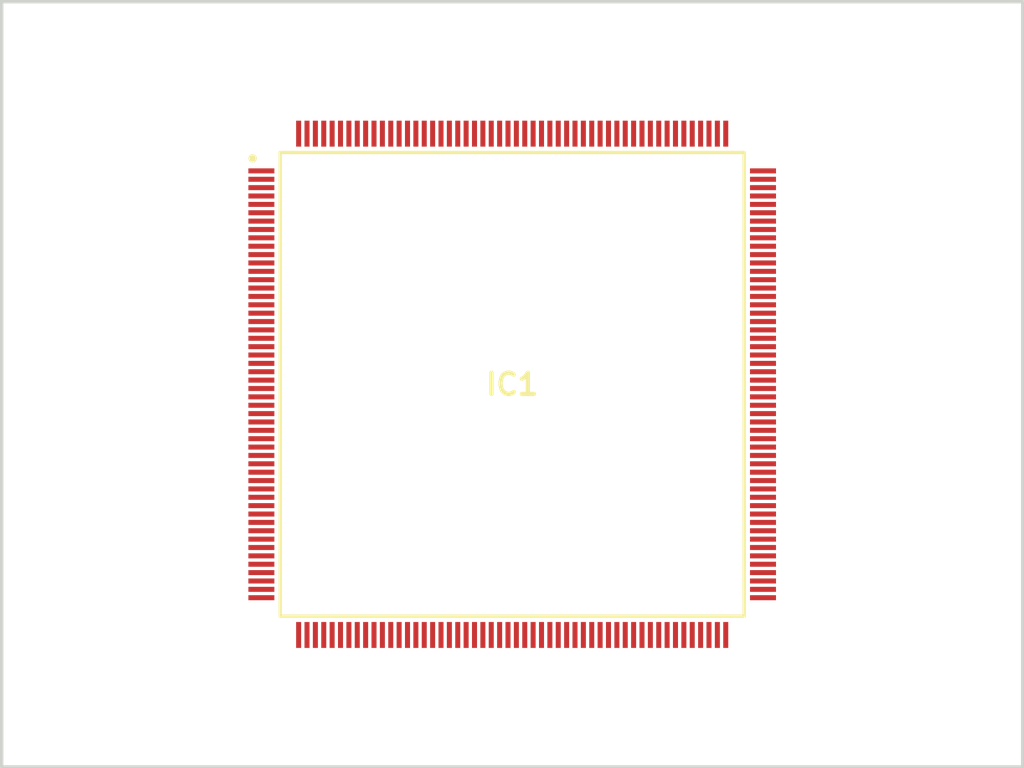
<source format=kicad_pcb>
(kicad_pcb (version 20211014) (generator pcbnew)
  (layers (0 "F.Cu" signal) (31 "B.Cu" signal) (34 "B.Paste" user) (35 "F.Paste" user) (36 "B.SilkS" user "B.Silkscreen") (37 "F.SilkS" user "F.Silkscreen") (38 "B.Mask" user) (39 "F.Mask" user) (44 "Edge.Cuts" user))
  (net 0 "")
  (footprint "EPM3256AQC208-10N:QFP50P3060X3060X410-208N" (layer "F.Cu") (at 137.16 96.52)
    (fp_text reference "IC1" (at 0 0) (layer "F.SilkS") (effects (font (size 1.27 1.27) (thickness 0.254))))
    (fp_text value "EPM3256AQC208-10N" hide)
    (fp_line (start 13.85 13.85) (end -13.85 13.85) (layer "F.SilkS") (width 0.2))
    (fp_line (start -13.85 13.85) (end -13.85 -13.85) (layer "F.SilkS") (width 0.2))
    (fp_line (start 13.85 -13.85) (end 13.85 13.85) (layer "F.SilkS") (width 0.2))
    (fp_line (start -13.85 -13.85) (end 13.85 -13.85) (layer "F.SilkS") (width 0.2))
    (fp_circle (center -15.5 -13.5) (end -15.5 -13.375) (layer "F.SilkS") (width 0.25) (fill none))
    (pad "1" smd rect (at -14.975 -12.75 90) (size 0.3 1.55) (layers "F.Cu" "F.Paste" "F.Mask"))
    (pad "2" smd rect (at -14.975 -12.25 90) (size 0.3 1.55) (layers "F.Cu" "F.Paste" "F.Mask"))
    (pad "3" smd rect (at -14.975 -11.75 90) (size 0.3 1.55) (layers "F.Cu" "F.Paste" "F.Mask"))
    (pad "4" smd rect (at -14.975 -11.25 90) (size 0.3 1.55) (layers "F.Cu" "F.Paste" "F.Mask"))
    (pad "5" smd rect (at -14.975 -10.75 90) (size 0.3 1.55) (layers "F.Cu" "F.Paste" "F.Mask"))
    (pad "6" smd rect (at -14.975 -10.25 90) (size 0.3 1.55) (layers "F.Cu" "F.Paste" "F.Mask"))
    (pad "7" smd rect (at -14.975 -9.75 90) (size 0.3 1.55) (layers "F.Cu" "F.Paste" "F.Mask"))
    (pad "8" smd rect (at -14.975 -9.25 90) (size 0.3 1.55) (layers "F.Cu" "F.Paste" "F.Mask"))
    (pad "9" smd rect (at -14.975 -8.75 90) (size 0.3 1.55) (layers "F.Cu" "F.Paste" "F.Mask"))
    (pad "10" smd rect (at -14.975 -8.25 90) (size 0.3 1.55) (layers "F.Cu" "F.Paste" "F.Mask"))
    (pad "11" smd rect (at -14.975 -7.75 90) (size 0.3 1.55) (layers "F.Cu" "F.Paste" "F.Mask"))
    (pad "12" smd rect (at -14.975 -7.25 90) (size 0.3 1.55) (layers "F.Cu" "F.Paste" "F.Mask"))
    (pad "13" smd rect (at -14.975 -6.75 90) (size 0.3 1.55) (layers "F.Cu" "F.Paste" "F.Mask"))
    (pad "14" smd rect (at -14.975 -6.25 90) (size 0.3 1.55) (layers "F.Cu" "F.Paste" "F.Mask"))
    (pad "15" smd rect (at -14.975 -5.75 90) (size 0.3 1.55) (layers "F.Cu" "F.Paste" "F.Mask"))
    (pad "16" smd rect (at -14.975 -5.25 90) (size 0.3 1.55) (layers "F.Cu" "F.Paste" "F.Mask"))
    (pad "17" smd rect (at -14.975 -4.75 90) (size 0.3 1.55) (layers "F.Cu" "F.Paste" "F.Mask"))
    (pad "18" smd rect (at -14.975 -4.25 90) (size 0.3 1.55) (layers "F.Cu" "F.Paste" "F.Mask"))
    (pad "19" smd rect (at -14.975 -3.75 90) (size 0.3 1.55) (layers "F.Cu" "F.Paste" "F.Mask"))
    (pad "20" smd rect (at -14.975 -3.25 90) (size 0.3 1.55) (layers "F.Cu" "F.Paste" "F.Mask"))
    (pad "21" smd rect (at -14.975 -2.75 90) (size 0.3 1.55) (layers "F.Cu" "F.Paste" "F.Mask"))
    (pad "22" smd rect (at -14.975 -2.25 90) (size 0.3 1.55) (layers "F.Cu" "F.Paste" "F.Mask"))
    (pad "23" smd rect (at -14.975 -1.75 90) (size 0.3 1.55) (layers "F.Cu" "F.Paste" "F.Mask"))
    (pad "24" smd rect (at -14.975 -1.25 90) (size 0.3 1.55) (layers "F.Cu" "F.Paste" "F.Mask"))
    (pad "25" smd rect (at -14.975 -0.75 90) (size 0.3 1.55) (layers "F.Cu" "F.Paste" "F.Mask"))
    (pad "26" smd rect (at -14.975 -0.25 90) (size 0.3 1.55) (layers "F.Cu" "F.Paste" "F.Mask"))
    (pad "27" smd rect (at -14.975 0.25 90) (size 0.3 1.55) (layers "F.Cu" "F.Paste" "F.Mask"))
    (pad "28" smd rect (at -14.975 0.75 90) (size 0.3 1.55) (layers "F.Cu" "F.Paste" "F.Mask"))
    (pad "29" smd rect (at -14.975 1.25 90) (size 0.3 1.55) (layers "F.Cu" "F.Paste" "F.Mask"))
    (pad "30" smd rect (at -14.975 1.75 90) (size 0.3 1.55) (layers "F.Cu" "F.Paste" "F.Mask"))
    (pad "31" smd rect (at -14.975 2.25 90) (size 0.3 1.55) (layers "F.Cu" "F.Paste" "F.Mask"))
    (pad "32" smd rect (at -14.975 2.75 90) (size 0.3 1.55) (layers "F.Cu" "F.Paste" "F.Mask"))
    (pad "33" smd rect (at -14.975 3.25 90) (size 0.3 1.55) (layers "F.Cu" "F.Paste" "F.Mask"))
    (pad "34" smd rect (at -14.975 3.75 90) (size 0.3 1.55) (layers "F.Cu" "F.Paste" "F.Mask"))
    (pad "35" smd rect (at -14.975 4.25 90) (size 0.3 1.55) (layers "F.Cu" "F.Paste" "F.Mask"))
    (pad "36" smd rect (at -14.975 4.75 90) (size 0.3 1.55) (layers "F.Cu" "F.Paste" "F.Mask"))
    (pad "37" smd rect (at -14.975 5.25 90) (size 0.3 1.55) (layers "F.Cu" "F.Paste" "F.Mask"))
    (pad "38" smd rect (at -14.975 5.75 90) (size 0.3 1.55) (layers "F.Cu" "F.Paste" "F.Mask"))
    (pad "39" smd rect (at -14.975 6.25 90) (size 0.3 1.55) (layers "F.Cu" "F.Paste" "F.Mask"))
    (pad "40" smd rect (at -14.975 6.75 90) (size 0.3 1.55) (layers "F.Cu" "F.Paste" "F.Mask"))
    (pad "41" smd rect (at -14.975 7.25 90) (size 0.3 1.55) (layers "F.Cu" "F.Paste" "F.Mask"))
    (pad "42" smd rect (at -14.975 7.75 90) (size 0.3 1.55) (layers "F.Cu" "F.Paste" "F.Mask"))
    (pad "43" smd rect (at -14.975 8.25 90) (size 0.3 1.55) (layers "F.Cu" "F.Paste" "F.Mask"))
    (pad "44" smd rect (at -14.975 8.75 90) (size 0.3 1.55) (layers "F.Cu" "F.Paste" "F.Mask"))
    (pad "45" smd rect (at -14.975 9.25 90) (size 0.3 1.55) (layers "F.Cu" "F.Paste" "F.Mask"))
    (pad "46" smd rect (at -14.975 9.75 90) (size 0.3 1.55) (layers "F.Cu" "F.Paste" "F.Mask"))
    (pad "47" smd rect (at -14.975 10.25 90) (size 0.3 1.55) (layers "F.Cu" "F.Paste" "F.Mask"))
    (pad "48" smd rect (at -14.975 10.75 90) (size 0.3 1.55) (layers "F.Cu" "F.Paste" "F.Mask"))
    (pad "49" smd rect (at -14.975 11.25 90) (size 0.3 1.55) (layers "F.Cu" "F.Paste" "F.Mask"))
    (pad "50" smd rect (at -14.975 11.75 90) (size 0.3 1.55) (layers "F.Cu" "F.Paste" "F.Mask"))
    (pad "51" smd rect (at -14.975 12.25 90) (size 0.3 1.55) (layers "F.Cu" "F.Paste" "F.Mask"))
    (pad "52" smd rect (at -14.975 12.75 90) (size 0.3 1.55) (layers "F.Cu" "F.Paste" "F.Mask"))
    (pad "53" smd rect (at -12.75 14.975) (size 0.3 1.55) (layers "F.Cu" "F.Paste" "F.Mask"))
    (pad "54" smd rect (at -12.25 14.975) (size 0.3 1.55) (layers "F.Cu" "F.Paste" "F.Mask"))
    (pad "55" smd rect (at -11.75 14.975) (size 0.3 1.55) (layers "F.Cu" "F.Paste" "F.Mask"))
    (pad "56" smd rect (at -11.25 14.975) (size 0.3 1.55) (layers "F.Cu" "F.Paste" "F.Mask"))
    (pad "57" smd rect (at -10.75 14.975) (size 0.3 1.55) (layers "F.Cu" "F.Paste" "F.Mask"))
    (pad "58" smd rect (at -10.25 14.975) (size 0.3 1.55) (layers "F.Cu" "F.Paste" "F.Mask"))
    (pad "59" smd rect (at -9.75 14.975) (size 0.3 1.55) (layers "F.Cu" "F.Paste" "F.Mask"))
    (pad "60" smd rect (at -9.25 14.975) (size 0.3 1.55) (layers "F.Cu" "F.Paste" "F.Mask"))
    (pad "61" smd rect (at -8.75 14.975) (size 0.3 1.55) (layers "F.Cu" "F.Paste" "F.Mask"))
    (pad "62" smd rect (at -8.25 14.975) (size 0.3 1.55) (layers "F.Cu" "F.Paste" "F.Mask"))
    (pad "63" smd rect (at -7.75 14.975) (size 0.3 1.55) (layers "F.Cu" "F.Paste" "F.Mask"))
    (pad "64" smd rect (at -7.25 14.975) (size 0.3 1.55) (layers "F.Cu" "F.Paste" "F.Mask"))
    (pad "65" smd rect (at -6.75 14.975) (size 0.3 1.55) (layers "F.Cu" "F.Paste" "F.Mask"))
    (pad "66" smd rect (at -6.25 14.975) (size 0.3 1.55) (layers "F.Cu" "F.Paste" "F.Mask"))
    (pad "67" smd rect (at -5.75 14.975) (size 0.3 1.55) (layers "F.Cu" "F.Paste" "F.Mask"))
    (pad "68" smd rect (at -5.25 14.975) (size 0.3 1.55) (layers "F.Cu" "F.Paste" "F.Mask"))
    (pad "69" smd rect (at -4.75 14.975) (size 0.3 1.55) (layers "F.Cu" "F.Paste" "F.Mask"))
    (pad "70" smd rect (at -4.25 14.975) (size 0.3 1.55) (layers "F.Cu" "F.Paste" "F.Mask"))
    (pad "71" smd rect (at -3.75 14.975) (size 0.3 1.55) (layers "F.Cu" "F.Paste" "F.Mask"))
    (pad "72" smd rect (at -3.25 14.975) (size 0.3 1.55) (layers "F.Cu" "F.Paste" "F.Mask"))
    (pad "73" smd rect (at -2.75 14.975) (size 0.3 1.55) (layers "F.Cu" "F.Paste" "F.Mask"))
    (pad "74" smd rect (at -2.25 14.975) (size 0.3 1.55) (layers "F.Cu" "F.Paste" "F.Mask"))
    (pad "75" smd rect (at -1.75 14.975) (size 0.3 1.55) (layers "F.Cu" "F.Paste" "F.Mask"))
    (pad "76" smd rect (at -1.25 14.975) (size 0.3 1.55) (layers "F.Cu" "F.Paste" "F.Mask"))
    (pad "77" smd rect (at -0.75 14.975) (size 0.3 1.55) (layers "F.Cu" "F.Paste" "F.Mask"))
    (pad "78" smd rect (at -0.25 14.975) (size 0.3 1.55) (layers "F.Cu" "F.Paste" "F.Mask"))
    (pad "79" smd rect (at 0.25 14.975) (size 0.3 1.55) (layers "F.Cu" "F.Paste" "F.Mask"))
    (pad "80" smd rect (at 0.75 14.975) (size 0.3 1.55) (layers "F.Cu" "F.Paste" "F.Mask"))
    (pad "81" smd rect (at 1.25 14.975) (size 0.3 1.55) (layers "F.Cu" "F.Paste" "F.Mask"))
    (pad "82" smd rect (at 1.75 14.975) (size 0.3 1.55) (layers "F.Cu" "F.Paste" "F.Mask"))
    (pad "83" smd rect (at 2.25 14.975) (size 0.3 1.55) (layers "F.Cu" "F.Paste" "F.Mask"))
    (pad "84" smd rect (at 2.75 14.975) (size 0.3 1.55) (layers "F.Cu" "F.Paste" "F.Mask"))
    (pad "85" smd rect (at 3.25 14.975) (size 0.3 1.55) (layers "F.Cu" "F.Paste" "F.Mask"))
    (pad "86" smd rect (at 3.75 14.975) (size 0.3 1.55) (layers "F.Cu" "F.Paste" "F.Mask"))
    (pad "87" smd rect (at 4.25 14.975) (size 0.3 1.55) (layers "F.Cu" "F.Paste" "F.Mask"))
    (pad "88" smd rect (at 4.75 14.975) (size 0.3 1.55) (layers "F.Cu" "F.Paste" "F.Mask"))
    (pad "89" smd rect (at 5.25 14.975) (size 0.3 1.55) (layers "F.Cu" "F.Paste" "F.Mask"))
    (pad "90" smd rect (at 5.75 14.975) (size 0.3 1.55) (layers "F.Cu" "F.Paste" "F.Mask"))
    (pad "91" smd rect (at 6.25 14.975) (size 0.3 1.55) (layers "F.Cu" "F.Paste" "F.Mask"))
    (pad "92" smd rect (at 6.75 14.975) (size 0.3 1.55) (layers "F.Cu" "F.Paste" "F.Mask"))
    (pad "93" smd rect (at 7.25 14.975) (size 0.3 1.55) (layers "F.Cu" "F.Paste" "F.Mask"))
    (pad "94" smd rect (at 7.75 14.975) (size 0.3 1.55) (layers "F.Cu" "F.Paste" "F.Mask"))
    (pad "95" smd rect (at 8.25 14.975) (size 0.3 1.55) (layers "F.Cu" "F.Paste" "F.Mask"))
    (pad "96" smd rect (at 8.75 14.975) (size 0.3 1.55) (layers "F.Cu" "F.Paste" "F.Mask"))
    (pad "97" smd rect (at 9.25 14.975) (size 0.3 1.55) (layers "F.Cu" "F.Paste" "F.Mask"))
    (pad "98" smd rect (at 9.75 14.975) (size 0.3 1.55) (layers "F.Cu" "F.Paste" "F.Mask"))
    (pad "99" smd rect (at 10.25 14.975) (size 0.3 1.55) (layers "F.Cu" "F.Paste" "F.Mask"))
    (pad "100" smd rect (at 10.75 14.975) (size 0.3 1.55) (layers "F.Cu" "F.Paste" "F.Mask"))
    (pad "101" smd rect (at 11.25 14.975) (size 0.3 1.55) (layers "F.Cu" "F.Paste" "F.Mask"))
    (pad "102" smd rect (at 11.75 14.975) (size 0.3 1.55) (layers "F.Cu" "F.Paste" "F.Mask"))
    (pad "103" smd rect (at 12.25 14.975) (size 0.3 1.55) (layers "F.Cu" "F.Paste" "F.Mask"))
    (pad "104" smd rect (at 12.75 14.975) (size 0.3 1.55) (layers "F.Cu" "F.Paste" "F.Mask"))
    (pad "105" smd rect (at 14.975 12.75 90) (size 0.3 1.55) (layers "F.Cu" "F.Paste" "F.Mask"))
    (pad "106" smd rect (at 14.975 12.25 90) (size 0.3 1.55) (layers "F.Cu" "F.Paste" "F.Mask"))
    (pad "107" smd rect (at 14.975 11.75 90) (size 0.3 1.55) (layers "F.Cu" "F.Paste" "F.Mask"))
    (pad "108" smd rect (at 14.975 11.25 90) (size 0.3 1.55) (layers "F.Cu" "F.Paste" "F.Mask"))
    (pad "109" smd rect (at 14.975 10.75 90) (size 0.3 1.55) (layers "F.Cu" "F.Paste" "F.Mask"))
    (pad "110" smd rect (at 14.975 10.25 90) (size 0.3 1.55) (layers "F.Cu" "F.Paste" "F.Mask"))
    (pad "111" smd rect (at 14.975 9.75 90) (size 0.3 1.55) (layers "F.Cu" "F.Paste" "F.Mask"))
    (pad "112" smd rect (at 14.975 9.25 90) (size 0.3 1.55) (layers "F.Cu" "F.Paste" "F.Mask"))
    (pad "113" smd rect (at 14.975 8.75 90) (size 0.3 1.55) (layers "F.Cu" "F.Paste" "F.Mask"))
    (pad "114" smd rect (at 14.975 8.25 90) (size 0.3 1.55) (layers "F.Cu" "F.Paste" "F.Mask"))
    (pad "115" smd rect (at 14.975 7.75 90) (size 0.3 1.55) (layers "F.Cu" "F.Paste" "F.Mask"))
    (pad "116" smd rect (at 14.975 7.25 90) (size 0.3 1.55) (layers "F.Cu" "F.Paste" "F.Mask"))
    (pad "117" smd rect (at 14.975 6.75 90) (size 0.3 1.55) (layers "F.Cu" "F.Paste" "F.Mask"))
    (pad "118" smd rect (at 14.975 6.25 90) (size 0.3 1.55) (layers "F.Cu" "F.Paste" "F.Mask"))
    (pad "119" smd rect (at 14.975 5.75 90) (size 0.3 1.55) (layers "F.Cu" "F.Paste" "F.Mask"))
    (pad "120" smd rect (at 14.975 5.25 90) (size 0.3 1.55) (layers "F.Cu" "F.Paste" "F.Mask"))
    (pad "121" smd rect (at 14.975 4.75 90) (size 0.3 1.55) (layers "F.Cu" "F.Paste" "F.Mask"))
    (pad "122" smd rect (at 14.975 4.25 90) (size 0.3 1.55) (layers "F.Cu" "F.Paste" "F.Mask"))
    (pad "123" smd rect (at 14.975 3.75 90) (size 0.3 1.55) (layers "F.Cu" "F.Paste" "F.Mask"))
    (pad "124" smd rect (at 14.975 3.25 90) (size 0.3 1.55) (layers "F.Cu" "F.Paste" "F.Mask"))
    (pad "125" smd rect (at 14.975 2.75 90) (size 0.3 1.55) (layers "F.Cu" "F.Paste" "F.Mask"))
    (pad "126" smd rect (at 14.975 2.25 90) (size 0.3 1.55) (layers "F.Cu" "F.Paste" "F.Mask"))
    (pad "127" smd rect (at 14.975 1.75 90) (size 0.3 1.55) (layers "F.Cu" "F.Paste" "F.Mask"))
    (pad "128" smd rect (at 14.975 1.25 90) (size 0.3 1.55) (layers "F.Cu" "F.Paste" "F.Mask"))
    (pad "129" smd rect (at 14.975 0.75 90) (size 0.3 1.55) (layers "F.Cu" "F.Paste" "F.Mask"))
    (pad "130" smd rect (at 14.975 0.25 90) (size 0.3 1.55) (layers "F.Cu" "F.Paste" "F.Mask"))
    (pad "131" smd rect (at 14.975 -0.25 90) (size 0.3 1.55) (layers "F.Cu" "F.Paste" "F.Mask"))
    (pad "132" smd rect (at 14.975 -0.75 90) (size 0.3 1.55) (layers "F.Cu" "F.Paste" "F.Mask"))
    (pad "133" smd rect (at 14.975 -1.25 90) (size 0.3 1.55) (layers "F.Cu" "F.Paste" "F.Mask"))
    (pad "134" smd rect (at 14.975 -1.75 90) (size 0.3 1.55) (layers "F.Cu" "F.Paste" "F.Mask"))
    (pad "135" smd rect (at 14.975 -2.25 90) (size 0.3 1.55) (layers "F.Cu" "F.Paste" "F.Mask"))
    (pad "136" smd rect (at 14.975 -2.75 90) (size 0.3 1.55) (layers "F.Cu" "F.Paste" "F.Mask"))
    (pad "137" smd rect (at 14.975 -3.25 90) (size 0.3 1.55) (layers "F.Cu" "F.Paste" "F.Mask"))
    (pad "138" smd rect (at 14.975 -3.75 90) (size 0.3 1.55) (layers "F.Cu" "F.Paste" "F.Mask"))
    (pad "139" smd rect (at 14.975 -4.25 90) (size 0.3 1.55) (layers "F.Cu" "F.Paste" "F.Mask"))
    (pad "140" smd rect (at 14.975 -4.75 90) (size 0.3 1.55) (layers "F.Cu" "F.Paste" "F.Mask"))
    (pad "141" smd rect (at 14.975 -5.25 90) (size 0.3 1.55) (layers "F.Cu" "F.Paste" "F.Mask"))
    (pad "142" smd rect (at 14.975 -5.75 90) (size 0.3 1.55) (layers "F.Cu" "F.Paste" "F.Mask"))
    (pad "143" smd rect (at 14.975 -6.25 90) (size 0.3 1.55) (layers "F.Cu" "F.Paste" "F.Mask"))
    (pad "144" smd rect (at 14.975 -6.75 90) (size 0.3 1.55) (layers "F.Cu" "F.Paste" "F.Mask"))
    (pad "145" smd rect (at 14.975 -7.25 90) (size 0.3 1.55) (layers "F.Cu" "F.Paste" "F.Mask"))
    (pad "146" smd rect (at 14.975 -7.75 90) (size 0.3 1.55) (layers "F.Cu" "F.Paste" "F.Mask"))
    (pad "147" smd rect (at 14.975 -8.25 90) (size 0.3 1.55) (layers "F.Cu" "F.Paste" "F.Mask"))
    (pad "148" smd rect (at 14.975 -8.75 90) (size 0.3 1.55) (layers "F.Cu" "F.Paste" "F.Mask"))
    (pad "149" smd rect (at 14.975 -9.25 90) (size 0.3 1.55) (layers "F.Cu" "F.Paste" "F.Mask"))
    (pad "150" smd rect (at 14.975 -9.75 90) (size 0.3 1.55) (layers "F.Cu" "F.Paste" "F.Mask"))
    (pad "151" smd rect (at 14.975 -10.25 90) (size 0.3 1.55) (layers "F.Cu" "F.Paste" "F.Mask"))
    (pad "152" smd rect (at 14.975 -10.75 90) (size 0.3 1.55) (layers "F.Cu" "F.Paste" "F.Mask"))
    (pad "153" smd rect (at 14.975 -11.25 90) (size 0.3 1.55) (layers "F.Cu" "F.Paste" "F.Mask"))
    (pad "154" smd rect (at 14.975 -11.75 90) (size 0.3 1.55) (layers "F.Cu" "F.Paste" "F.Mask"))
    (pad "155" smd rect (at 14.975 -12.25 90) (size 0.3 1.55) (layers "F.Cu" "F.Paste" "F.Mask"))
    (pad "156" smd rect (at 14.975 -12.75 90) (size 0.3 1.55) (layers "F.Cu" "F.Paste" "F.Mask"))
    (pad "157" smd rect (at 12.75 -14.975) (size 0.3 1.55) (layers "F.Cu" "F.Paste" "F.Mask"))
    (pad "158" smd rect (at 12.25 -14.975) (size 0.3 1.55) (layers "F.Cu" "F.Paste" "F.Mask"))
    (pad "159" smd rect (at 11.75 -14.975) (size 0.3 1.55) (layers "F.Cu" "F.Paste" "F.Mask"))
    (pad "160" smd rect (at 11.25 -14.975) (size 0.3 1.55) (layers "F.Cu" "F.Paste" "F.Mask"))
    (pad "161" smd rect (at 10.75 -14.975) (size 0.3 1.55) (layers "F.Cu" "F.Paste" "F.Mask"))
    (pad "162" smd rect (at 10.25 -14.975) (size 0.3 1.55) (layers "F.Cu" "F.Paste" "F.Mask"))
    (pad "163" smd rect (at 9.75 -14.975) (size 0.3 1.55) (layers "F.Cu" "F.Paste" "F.Mask"))
    (pad "164" smd rect (at 9.25 -14.975) (size 0.3 1.55) (layers "F.Cu" "F.Paste" "F.Mask"))
    (pad "165" smd rect (at 8.75 -14.975) (size 0.3 1.55) (layers "F.Cu" "F.Paste" "F.Mask"))
    (pad "166" smd rect (at 8.25 -14.975) (size 0.3 1.55) (layers "F.Cu" "F.Paste" "F.Mask"))
    (pad "167" smd rect (at 7.75 -14.975) (size 0.3 1.55) (layers "F.Cu" "F.Paste" "F.Mask"))
    (pad "168" smd rect (at 7.25 -14.975) (size 0.3 1.55) (layers "F.Cu" "F.Paste" "F.Mask"))
    (pad "169" smd rect (at 6.75 -14.975) (size 0.3 1.55) (layers "F.Cu" "F.Paste" "F.Mask"))
    (pad "170" smd rect (at 6.25 -14.975) (size 0.3 1.55) (layers "F.Cu" "F.Paste" "F.Mask"))
    (pad "171" smd rect (at 5.75 -14.975) (size 0.3 1.55) (layers "F.Cu" "F.Paste" "F.Mask"))
    (pad "172" smd rect (at 5.25 -14.975) (size 0.3 1.55) (layers "F.Cu" "F.Paste" "F.Mask"))
    (pad "173" smd rect (at 4.75 -14.975) (size 0.3 1.55) (layers "F.Cu" "F.Paste" "F.Mask"))
    (pad "174" smd rect (at 4.25 -14.975) (size 0.3 1.55) (layers "F.Cu" "F.Paste" "F.Mask"))
    (pad "175" smd rect (at 3.75 -14.975) (size 0.3 1.55) (layers "F.Cu" "F.Paste" "F.Mask"))
    (pad "176" smd rect (at 3.25 -14.975) (size 0.3 1.55) (layers "F.Cu" "F.Paste" "F.Mask"))
    (pad "177" smd rect (at 2.75 -14.975) (size 0.3 1.55) (layers "F.Cu" "F.Paste" "F.Mask"))
    (pad "178" smd rect (at 2.25 -14.975) (size 0.3 1.55) (layers "F.Cu" "F.Paste" "F.Mask"))
    (pad "179" smd rect (at 1.75 -14.975) (size 0.3 1.55) (layers "F.Cu" "F.Paste" "F.Mask"))
    (pad "180" smd rect (at 1.25 -14.975) (size 0.3 1.55) (layers "F.Cu" "F.Paste" "F.Mask"))
    (pad "181" smd rect (at 0.75 -14.975) (size 0.3 1.55) (layers "F.Cu" "F.Paste" "F.Mask"))
    (pad "182" smd rect (at 0.25 -14.975) (size 0.3 1.55) (layers "F.Cu" "F.Paste" "F.Mask"))
    (pad "183" smd rect (at -0.25 -14.975) (size 0.3 1.55) (layers "F.Cu" "F.Paste" "F.Mask"))
    (pad "184" smd rect (at -0.75 -14.975) (size 0.3 1.55) (layers "F.Cu" "F.Paste" "F.Mask"))
    (pad "185" smd rect (at -1.25 -14.975) (size 0.3 1.55) (layers "F.Cu" "F.Paste" "F.Mask"))
    (pad "186" smd rect (at -1.75 -14.975) (size 0.3 1.55) (layers "F.Cu" "F.Paste" "F.Mask"))
    (pad "187" smd rect (at -2.25 -14.975) (size 0.3 1.55) (layers "F.Cu" "F.Paste" "F.Mask"))
    (pad "188" smd rect (at -2.75 -14.975) (size 0.3 1.55) (layers "F.Cu" "F.Paste" "F.Mask"))
    (pad "189" smd rect (at -3.25 -14.975) (size 0.3 1.55) (layers "F.Cu" "F.Paste" "F.Mask"))
    (pad "190" smd rect (at -3.75 -14.975) (size 0.3 1.55) (layers "F.Cu" "F.Paste" "F.Mask"))
    (pad "191" smd rect (at -4.25 -14.975) (size 0.3 1.55) (layers "F.Cu" "F.Paste" "F.Mask"))
    (pad "192" smd rect (at -4.75 -14.975) (size 0.3 1.55) (layers "F.Cu" "F.Paste" "F.Mask"))
    (pad "193" smd rect (at -5.25 -14.975) (size 0.3 1.55) (layers "F.Cu" "F.Paste" "F.Mask"))
    (pad "194" smd rect (at -5.75 -14.975) (size 0.3 1.55) (layers "F.Cu" "F.Paste" "F.Mask"))
    (pad "195" smd rect (at -6.25 -14.975) (size 0.3 1.55) (layers "F.Cu" "F.Paste" "F.Mask"))
    (pad "196" smd rect (at -6.75 -14.975) (size 0.3 1.55) (layers "F.Cu" "F.Paste" "F.Mask"))
    (pad "197" smd rect (at -7.25 -14.975) (size 0.3 1.55) (layers "F.Cu" "F.Paste" "F.Mask"))
    (pad "198" smd rect (at -7.75 -14.975) (size 0.3 1.55) (layers "F.Cu" "F.Paste" "F.Mask"))
    (pad "199" smd rect (at -8.25 -14.975) (size 0.3 1.55) (layers "F.Cu" "F.Paste" "F.Mask"))
    (pad "200" smd rect (at -8.75 -14.975) (size 0.3 1.55) (layers "F.Cu" "F.Paste" "F.Mask"))
    (pad "201" smd rect (at -9.25 -14.975) (size 0.3 1.55) (layers "F.Cu" "F.Paste" "F.Mask"))
    (pad "202" smd rect (at -9.75 -14.975) (size 0.3 1.55) (layers "F.Cu" "F.Paste" "F.Mask"))
    (pad "203" smd rect (at -10.25 -14.975) (size 0.3 1.55) (layers "F.Cu" "F.Paste" "F.Mask"))
    (pad "204" smd rect (at -10.75 -14.975) (size 0.3 1.55) (layers "F.Cu" "F.Paste" "F.Mask"))
    (pad "205" smd rect (at -11.25 -14.975) (size 0.3 1.55) (layers "F.Cu" "F.Paste" "F.Mask"))
    (pad "206" smd rect (at -11.75 -14.975) (size 0.3 1.55) (layers "F.Cu" "F.Paste" "F.Mask"))
    (pad "207" smd rect (at -12.25 -14.975) (size 0.3 1.55) (layers "F.Cu" "F.Paste" "F.Mask"))
    (pad "208" smd rect (at -12.75 -14.975) (size 0.3 1.55) (layers "F.Cu" "F.Paste" "F.Mask"))
  )
  (gr_rect (start 106.68 73.66) (end 167.64 119.38) (layer "Edge.Cuts") (width 0.2) (fill none))
)
</source>
